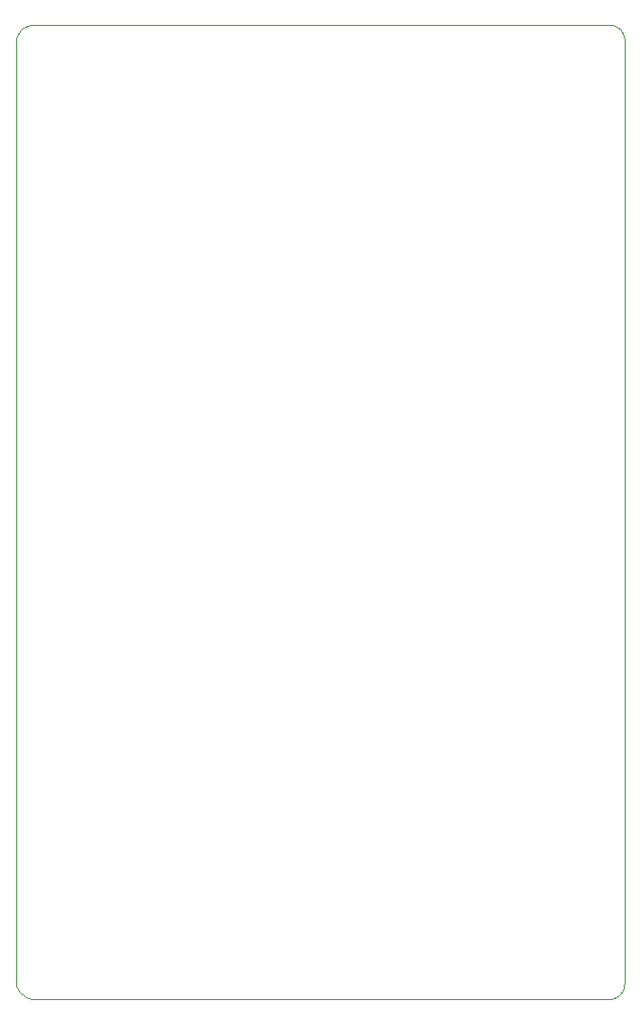
<source format=gm1>
G04*
G04 #@! TF.GenerationSoftware,Altium Limited,Altium Designer,20.1.14 (287)*
G04*
G04 Layer_Color=16711935*
%FSLAX25Y25*%
%MOIN*%
G70*
G04*
G04 #@! TF.SameCoordinates,C5642C15-9C93-435C-A7BF-0FB1E55D52FF*
G04*
G04*
G04 #@! TF.FilePolarity,Positive*
G04*
G01*
G75*
%ADD72C,0.00394*%
D72*
X-0Y7480D02*
X80Y6466D01*
X317Y5478D01*
X706Y4538D01*
X1238Y3671D01*
X1898Y2898D01*
X2671Y2238D01*
X3538Y1706D01*
X4478Y1317D01*
X5467Y1080D01*
X6480Y1000D01*
X6110Y340000D02*
X5154Y339925D01*
X4222Y339701D01*
X3336Y339334D01*
X2519Y338833D01*
X1790Y338210D01*
X1167Y337481D01*
X666Y336664D01*
X299Y335778D01*
X75Y334846D01*
X-0Y333890D01*
X212000Y334850D02*
X211901Y335855D01*
X211608Y336821D01*
X211132Y337711D01*
X210492Y338492D01*
X209711Y339132D01*
X208821Y339608D01*
X207855Y339901D01*
X206850Y340000D01*
X206480Y1000D02*
X207439Y1084D01*
X208368Y1333D01*
X209240Y1740D01*
X210028Y2291D01*
X210709Y2972D01*
X211260Y3760D01*
X211667Y4632D01*
X211916Y5561D01*
X212000Y6520D01*
X-0Y7480D02*
X-0Y333890D01*
X6110Y340000D02*
X206850Y340000D01*
X212000Y6520D02*
X212000Y334850D01*
X6480Y1000D02*
X206480D01*
M02*

</source>
